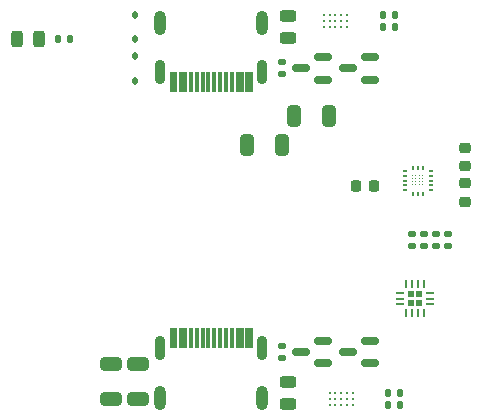
<source format=gtp>
G04 #@! TF.GenerationSoftware,KiCad,Pcbnew,9.0.1-unknown-1000.20250410git9b253fb.fc41*
G04 #@! TF.CreationDate,2025-04-15T18:00:25-07:00*
G04 #@! TF.ProjectId,usb-pd-plank,7573622d-7064-42d7-906c-616e6b2e6b69,rev?*
G04 #@! TF.SameCoordinates,Original*
G04 #@! TF.FileFunction,Paste,Top*
G04 #@! TF.FilePolarity,Positive*
%FSLAX46Y46*%
G04 Gerber Fmt 4.6, Leading zero omitted, Abs format (unit mm)*
G04 Created by KiCad (PCBNEW 9.0.1-unknown-1000.20250410git9b253fb.fc41) date 2025-04-15 18:00:25*
%MOMM*%
%LPD*%
G01*
G04 APERTURE LIST*
G04 Aperture macros list*
%AMRoundRect*
0 Rectangle with rounded corners*
0 $1 Rounding radius*
0 $2 $3 $4 $5 $6 $7 $8 $9 X,Y pos of 4 corners*
0 Add a 4 corners polygon primitive as box body*
4,1,4,$2,$3,$4,$5,$6,$7,$8,$9,$2,$3,0*
0 Add four circle primitives for the rounded corners*
1,1,$1+$1,$2,$3*
1,1,$1+$1,$4,$5*
1,1,$1+$1,$6,$7*
1,1,$1+$1,$8,$9*
0 Add four rect primitives between the rounded corners*
20,1,$1+$1,$2,$3,$4,$5,0*
20,1,$1+$1,$4,$5,$6,$7,0*
20,1,$1+$1,$6,$7,$8,$9,0*
20,1,$1+$1,$8,$9,$2,$3,0*%
G04 Aperture macros list end*
%ADD10RoundRect,0.135000X0.185000X-0.135000X0.185000X0.135000X-0.185000X0.135000X-0.185000X-0.135000X0*%
%ADD11C,0.280000*%
%ADD12R,0.300000X1.750000*%
%ADD13O,0.900000X2.100000*%
%ADD14O,1.000000X2.100000*%
%ADD15RoundRect,0.135000X0.135000X0.185000X-0.135000X0.185000X-0.135000X-0.185000X0.135000X-0.185000X0*%
%ADD16RoundRect,0.225000X0.225000X0.250000X-0.225000X0.250000X-0.225000X-0.250000X0.225000X-0.250000X0*%
%ADD17RoundRect,0.150000X0.587500X0.150000X-0.587500X0.150000X-0.587500X-0.150000X0.587500X-0.150000X0*%
%ADD18RoundRect,0.112500X0.112500X-0.187500X0.112500X0.187500X-0.112500X0.187500X-0.112500X-0.187500X0*%
%ADD19RoundRect,0.243750X-0.456250X0.243750X-0.456250X-0.243750X0.456250X-0.243750X0.456250X0.243750X0*%
%ADD20RoundRect,0.250000X-0.650000X0.325000X-0.650000X-0.325000X0.650000X-0.325000X0.650000X0.325000X0*%
%ADD21RoundRect,0.243750X0.456250X-0.243750X0.456250X0.243750X-0.456250X0.243750X-0.456250X-0.243750X0*%
%ADD22RoundRect,0.135000X-0.185000X0.135000X-0.185000X-0.135000X0.185000X-0.135000X0.185000X0.135000X0*%
%ADD23R,0.025001X0.000001*%
%ADD24R,0.400000X0.200000*%
%ADD25R,0.200000X0.400000*%
%ADD26RoundRect,0.135000X-0.135000X-0.185000X0.135000X-0.185000X0.135000X0.185000X-0.135000X0.185000X0*%
%ADD27RoundRect,0.145000X-0.145000X-0.145000X0.145000X-0.145000X0.145000X0.145000X-0.145000X0.145000X0*%
%ADD28RoundRect,0.062500X-0.275000X-0.062500X0.275000X-0.062500X0.275000X0.062500X-0.275000X0.062500X0*%
%ADD29RoundRect,0.062500X-0.062500X-0.275000X0.062500X-0.275000X0.062500X0.275000X-0.062500X0.275000X0*%
%ADD30RoundRect,0.250000X-0.325000X-0.650000X0.325000X-0.650000X0.325000X0.650000X-0.325000X0.650000X0*%
%ADD31RoundRect,0.112500X-0.112500X0.187500X-0.112500X-0.187500X0.112500X-0.187500X0.112500X0.187500X0*%
%ADD32RoundRect,0.225000X-0.250000X0.225000X-0.250000X-0.225000X0.250000X-0.225000X0.250000X0.225000X0*%
%ADD33RoundRect,0.225000X0.250000X-0.225000X0.250000X0.225000X-0.250000X0.225000X-0.250000X-0.225000X0*%
%ADD34RoundRect,0.243750X0.243750X0.456250X-0.243750X0.456250X-0.243750X-0.456250X0.243750X-0.456250X0*%
G04 APERTURE END LIST*
D10*
G04 #@! TO.C,R1*
X69000000Y-103010000D03*
X69000000Y-101990000D03*
G04 #@! TD*
D11*
G04 #@! TO.C,U2*
X61500000Y-84500000D03*
X61500000Y-84000000D03*
X61500000Y-83500000D03*
X62000000Y-84500000D03*
X62000000Y-84000000D03*
X62000000Y-83500000D03*
X62500000Y-84500000D03*
X62500000Y-84000000D03*
X62500000Y-83500000D03*
X63000000Y-84500000D03*
X63000000Y-84000000D03*
X63000000Y-83500000D03*
X63500000Y-84500000D03*
X63500000Y-84000000D03*
X63500000Y-83500000D03*
G04 #@! TD*
D12*
G04 #@! TO.C,J2*
X48650000Y-110850000D03*
X49450000Y-110850000D03*
X50750000Y-110850000D03*
X51750000Y-110850000D03*
X52250000Y-110850000D03*
X53250000Y-110850000D03*
X54550000Y-110850000D03*
X55350000Y-110850000D03*
X55050000Y-110850000D03*
X54250000Y-110850000D03*
X53750000Y-110850000D03*
X52750000Y-110850000D03*
X51250000Y-110850000D03*
X50250000Y-110850000D03*
X49750000Y-110850000D03*
X48950000Y-110850000D03*
D13*
X47680000Y-111690000D03*
D14*
X47680000Y-115870000D03*
D13*
X56320000Y-111690000D03*
D14*
X56320000Y-115870000D03*
G04 #@! TD*
D15*
G04 #@! TO.C,R5*
X67510000Y-83500000D03*
X66490000Y-83500000D03*
G04 #@! TD*
D16*
G04 #@! TO.C,C2*
X65775000Y-98000000D03*
X64225000Y-98000000D03*
G04 #@! TD*
D17*
G04 #@! TO.C,Q4*
X61437500Y-112950000D03*
X61437500Y-111050000D03*
X59562500Y-112000000D03*
G04 #@! TD*
D18*
G04 #@! TO.C,D1*
X45500000Y-89050000D03*
X45500000Y-86950000D03*
G04 #@! TD*
D19*
G04 #@! TO.C,D5*
X58500000Y-114562500D03*
X58500000Y-116437500D03*
G04 #@! TD*
D12*
G04 #@! TO.C,J1*
X55350000Y-89150000D03*
X54550000Y-89150000D03*
X53250000Y-89150000D03*
X52250000Y-89150000D03*
X51750000Y-89150000D03*
X50750000Y-89150000D03*
X49450000Y-89150000D03*
X48650000Y-89150000D03*
X48950000Y-89150000D03*
X49750000Y-89150000D03*
X50250000Y-89150000D03*
X51250000Y-89150000D03*
X52750000Y-89150000D03*
X53750000Y-89150000D03*
X54250000Y-89150000D03*
X55050000Y-89150000D03*
D13*
X56320000Y-88310000D03*
D14*
X56320000Y-84130000D03*
D13*
X47680000Y-88310000D03*
D14*
X47680000Y-84130000D03*
G04 #@! TD*
D15*
G04 #@! TO.C,R7*
X68010000Y-116500000D03*
X66990000Y-116500000D03*
G04 #@! TD*
D17*
G04 #@! TO.C,Q2*
X65437500Y-112950000D03*
X65437500Y-111050000D03*
X63562500Y-112000000D03*
G04 #@! TD*
D20*
G04 #@! TO.C,C4*
X45750000Y-113025000D03*
X45750000Y-115975000D03*
G04 #@! TD*
D10*
G04 #@! TO.C,R3*
X72000000Y-103010000D03*
X72000000Y-101990000D03*
G04 #@! TD*
G04 #@! TO.C,R11*
X58000000Y-112510000D03*
X58000000Y-111490000D03*
G04 #@! TD*
D21*
G04 #@! TO.C,D4*
X58500000Y-85437500D03*
X58500000Y-83562500D03*
G04 #@! TD*
D22*
G04 #@! TO.C,R10*
X58000000Y-87490000D03*
X58000000Y-88510000D03*
G04 #@! TD*
D23*
G04 #@! TO.C,U1*
X69087500Y-97125000D03*
X69087500Y-97375000D03*
X69087500Y-97625000D03*
X69087500Y-97875000D03*
X69362500Y-97125000D03*
X69362500Y-97375000D03*
X69362500Y-97625000D03*
X69362500Y-97875000D03*
X69637500Y-97125000D03*
X69637500Y-97375000D03*
X69637500Y-97625000D03*
X69637500Y-97875000D03*
X69912500Y-97125000D03*
X69912500Y-97375000D03*
X69912500Y-97625000D03*
X69912500Y-97875000D03*
D24*
X68400000Y-96700000D03*
X68400000Y-97100000D03*
X68400000Y-97500000D03*
X68400000Y-97900000D03*
X68400000Y-98300000D03*
D25*
X69100000Y-98600000D03*
X69500000Y-98600000D03*
X69900000Y-98600000D03*
D24*
X70600000Y-98300000D03*
X70600000Y-97900000D03*
X70600000Y-97500000D03*
X70600000Y-97100000D03*
X70600000Y-96700000D03*
D25*
X69900000Y-96400000D03*
X69500000Y-96400000D03*
X69100000Y-96400000D03*
G04 #@! TD*
D26*
G04 #@! TO.C,R8*
X66490000Y-84500000D03*
X67510000Y-84500000D03*
G04 #@! TD*
D27*
G04 #@! TO.C,U4*
X68890000Y-107127500D03*
X68890000Y-107847500D03*
X69610000Y-107127500D03*
X69610000Y-107847500D03*
D28*
X67987500Y-106987500D03*
X67987500Y-107487500D03*
X67987500Y-107987500D03*
D29*
X68500000Y-108750000D03*
X69000000Y-108750000D03*
X69500000Y-108750000D03*
X70000000Y-108750000D03*
D28*
X70512500Y-107987500D03*
X70512500Y-107487500D03*
X70512500Y-106987500D03*
D29*
X70000000Y-106225000D03*
X69500000Y-106225000D03*
X69000000Y-106225000D03*
X68500000Y-106225000D03*
G04 #@! TD*
D26*
G04 #@! TO.C,R9*
X66990000Y-115500000D03*
X68010000Y-115500000D03*
G04 #@! TD*
D30*
G04 #@! TO.C,C5*
X55025000Y-94500000D03*
X57975000Y-94500000D03*
G04 #@! TD*
D26*
G04 #@! TO.C,R6*
X38990000Y-85500000D03*
X40010000Y-85500000D03*
G04 #@! TD*
D31*
G04 #@! TO.C,D2*
X45500000Y-83450000D03*
X45500000Y-85550000D03*
G04 #@! TD*
D32*
G04 #@! TO.C,C3*
X73500000Y-97725000D03*
X73500000Y-99275000D03*
G04 #@! TD*
D33*
G04 #@! TO.C,C1*
X73500000Y-96275000D03*
X73500000Y-94725000D03*
G04 #@! TD*
D10*
G04 #@! TO.C,R4*
X71000000Y-103010000D03*
X71000000Y-101990000D03*
G04 #@! TD*
D20*
G04 #@! TO.C,C7*
X43500000Y-113025000D03*
X43500000Y-115975000D03*
G04 #@! TD*
D10*
G04 #@! TO.C,R2*
X70000000Y-103010000D03*
X70000000Y-101990000D03*
G04 #@! TD*
D17*
G04 #@! TO.C,Q3*
X61437500Y-88950000D03*
X61437500Y-87050000D03*
X59562500Y-88000000D03*
G04 #@! TD*
D34*
G04 #@! TO.C,D3*
X37437500Y-85500000D03*
X35562500Y-85500000D03*
G04 #@! TD*
D17*
G04 #@! TO.C,Q1*
X65437500Y-88950000D03*
X65437500Y-87050000D03*
X63562500Y-88000000D03*
G04 #@! TD*
D30*
G04 #@! TO.C,C6*
X59025000Y-92000000D03*
X61975000Y-92000000D03*
G04 #@! TD*
D11*
G04 #@! TO.C,U3*
X62000000Y-116500000D03*
X62000000Y-116000000D03*
X62000000Y-115500000D03*
X62500000Y-116500000D03*
X62500000Y-116000000D03*
X62500000Y-115500000D03*
X63000000Y-116500000D03*
X63000000Y-116000000D03*
X63000000Y-115500000D03*
X63500000Y-116500000D03*
X63500000Y-116000000D03*
X63500000Y-115500000D03*
X64000000Y-116500000D03*
X64000000Y-116000000D03*
X64000000Y-115500000D03*
G04 #@! TD*
M02*

</source>
